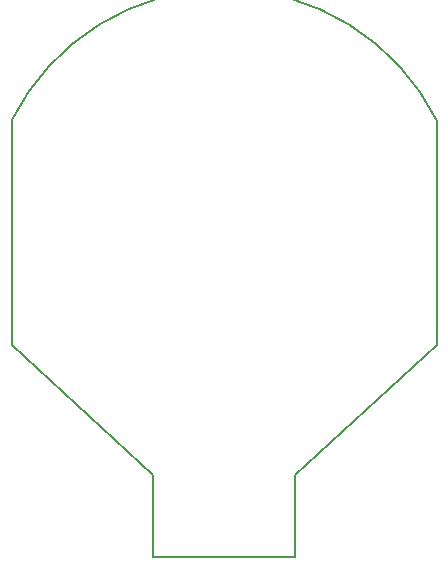
<source format=gko>
G04 #@! TF.GenerationSoftware,KiCad,Pcbnew,(5.0.0-rc2-206-gf10aa6c85)*
G04 #@! TF.CreationDate,2018-07-11T01:20:15+02:00*
G04 #@! TF.ProjectId,Sp_ka,5370F66B612E6B696361645F70636200,rev?*
G04 #@! TF.SameCoordinates,Original*
G04 #@! TF.FileFunction,Profile,NP*
%FSLAX46Y46*%
G04 Gerber Fmt 4.6, Leading zero omitted, Abs format (unit mm)*
G04 Created by KiCad (PCBNEW (5.0.0-rc2-206-gf10aa6c85)) date Wed Jul 11 01:20:15 2018*
%MOMM*%
%LPD*%
G01*
G04 APERTURE LIST*
%ADD10C,0.150000*%
G04 APERTURE END LIST*
D10*
X130000000Y-133000000D02*
X118000000Y-122000000D01*
X154000000Y-122000000D02*
X142000000Y-133000000D01*
X118000002Y-103000000D02*
G75*
G02X153999999Y-103000001I17999998J-9000000D01*
G01*
X130000000Y-140000000D02*
X142000000Y-140000000D01*
X130000000Y-133000000D02*
X130000000Y-140000000D01*
X118000000Y-103000000D02*
X118000000Y-122000000D01*
X154000000Y-103000000D02*
X154000000Y-122000000D01*
X142000000Y-140000000D02*
X142000000Y-133000000D01*
M02*

</source>
